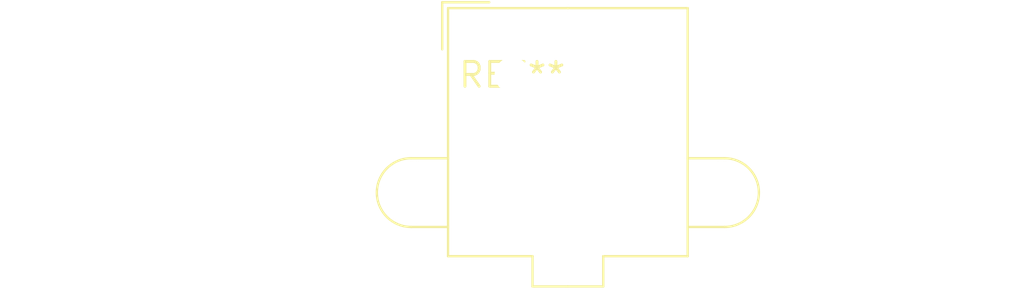
<source format=kicad_pcb>
(kicad_pcb (version 20240108) (generator pcbnew)
  (layers (0 "F.Cu" signal) (31 "B.Cu" signal) (34 "B.Paste" user) (35 "F.Paste" user) (36 "B.SilkS" user "B.Silkscreen") (37 "F.SilkS" user "F.Silkscreen") (38 "B.Mask" user) (39 "F.Mask" user) (44 "Edge.Cuts" user))
  (net 0 "")
  (footprint "Molex_Mega-Fit_76829-0004_2x02_P5.70mm_Vertical" (layer "F.Cu") (at 0 0)
    (property "Reference" "REF**")
    (property "Value" "Molex_Mega-Fit_76829-0004_2x02_P5.70mm_Vertical")
    (fp_line (start -5.17 4.265) (end -3.285 4.265) (layer "F.SilkS") (stroke (width 0.12)))
    (fp_line (start -5.17 7.785) (end -3.285 7.785) (layer "F.SilkS") (stroke (width 0.12)))
    (fp_line (start -3.585 -3.72) (end -1.175 -3.72) (layer "F.SilkS") (stroke (width 0.12)))
    (fp_line (start -3.585 -1.31) (end -3.585 -3.72) (layer "F.SilkS") (stroke (width 0.12)))
    (fp_line (start -3.285 -3.42) (end -3.285 9.28) (layer "F.SilkS") (stroke (width 0.12)))
    (fp_line (start -3.285 9.28) (end 1.04 9.28) (layer "F.SilkS") (stroke (width 0.12)))
    (fp_line (start 1.04 9.28) (end 1.04 10.83) (layer "F.SilkS") (stroke (width 0.12)))
    (fp_line (start 1.04 10.83) (end 2.85 10.83) (layer "F.SilkS") (stroke (width 0.12)))
    (fp_line (start 2.85 -3.42) (end -3.285 -3.42) (layer "F.SilkS") (stroke (width 0.12)))
    (fp_line (start 2.85 -3.42) (end 8.985 -3.42) (layer "F.SilkS") (stroke (width 0.12)))
    (fp_line (start 4.66 9.28) (end 4.66 10.83) (layer "F.SilkS") (stroke (width 0.12)))
    (fp_line (start 4.66 10.83) (end 2.85 10.83) (layer "F.SilkS") (stroke (width 0.12)))
    (fp_line (start 8.985 -3.42) (end 8.985 9.28) (layer "F.SilkS") (stroke (width 0.12)))
    (fp_line (start 8.985 9.28) (end 4.66 9.28) (layer "F.SilkS") (stroke (width 0.12)))
    (fp_line (start 10.87 4.265) (end 8.985 4.265) (layer "F.SilkS") (stroke (width 0.12)))
    (fp_line (start 10.87 7.785) (end 8.985 7.785) (layer "F.SilkS") (stroke (width 0.12)))
    (fp_arc (start -5.17 7.785) (mid -6.93 6.025) (end -5.17 4.265) (layer "F.SilkS") (stroke (width 0.12)))
    (fp_arc (start 10.87 4.265) (mid 12.63 6.025) (end 10.87 7.785) (layer "F.SilkS") (stroke (width 0.12)))
    (pad "" np_thru_hole circle (at -5.17 6.025) (size 3 3) (drill 3) (layers *.Cu *.Mask))
    (pad "" np_thru_hole circle (at 10.87 6.025) (size 3 3) (drill 3) (layers *.Cu *.Mask))
    (pad "1" thru_hole roundrect (at 0 0) (size 3.7 3.7) (drill 1.8) (layers *.Cu *.Mask) (remove_unused_layers) (roundrect_rratio 0.067568))
    (pad "2" thru_hole circle (at 5.7 0) (size 3.7 3.7) (drill 1.8) (layers *.Cu *.Mask) (remove_unused_layers))
    (pad "3" thru_hole circle (at 0 5.7) (size 3.7 3.7) (drill 1.8) (layers *.Cu *.Mask) (remove_unused_layers))
    (pad "4" thru_hole circle (at 5.7 5.7) (size 3.7 3.7) (drill 1.8) (layers *.Cu *.Mask) (remove_unused_layers))
  )
)
</source>
